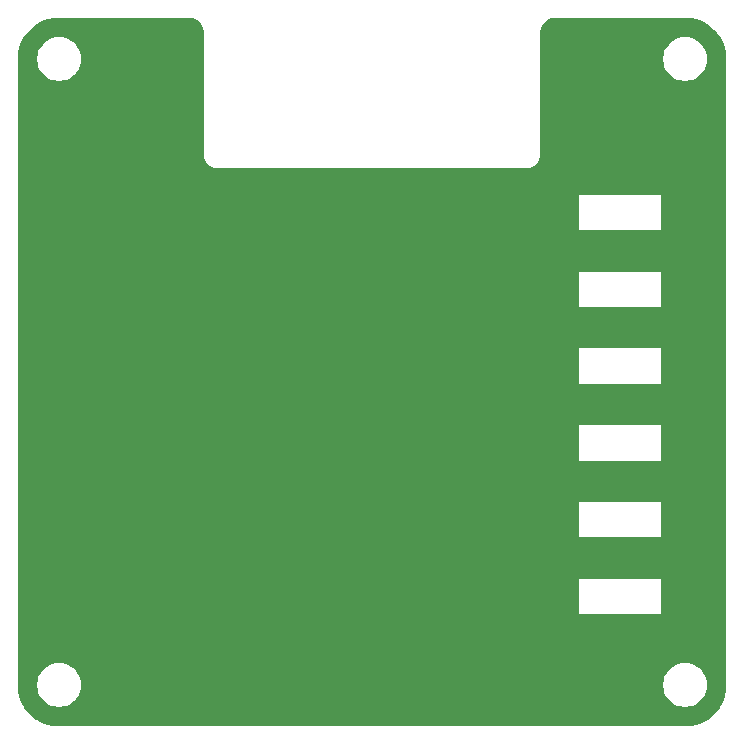
<source format=gbr>
%TF.GenerationSoftware,KiCad,Pcbnew,8.0.2*%
%TF.CreationDate,2024-04-30T20:55:26+01:00*%
%TF.ProjectId,Top Board,546f7020-426f-4617-9264-2e6b69636164,rev?*%
%TF.SameCoordinates,Original*%
%TF.FileFunction,Copper,L2,Bot*%
%TF.FilePolarity,Positive*%
%FSLAX46Y46*%
G04 Gerber Fmt 4.6, Leading zero omitted, Abs format (unit mm)*
G04 Created by KiCad (PCBNEW 8.0.2) date 2024-04-30 20:55:26*
%MOMM*%
%LPD*%
G01*
G04 APERTURE LIST*
G04 APERTURE END LIST*
%TA.AperFunction,NonConductor*%
G36*
X89501330Y-40000029D02*
G01*
X89507638Y-40000166D01*
X89599672Y-40002171D01*
X89618496Y-40004025D01*
X89813458Y-40038403D01*
X89834335Y-40043997D01*
X90019090Y-40111241D01*
X90038675Y-40120374D01*
X90208944Y-40218679D01*
X90226647Y-40231074D01*
X90377261Y-40357454D01*
X90392545Y-40372738D01*
X90518925Y-40523352D01*
X90531322Y-40541058D01*
X90629624Y-40711322D01*
X90638759Y-40730912D01*
X90706002Y-40915664D01*
X90711596Y-40936541D01*
X90745973Y-41131498D01*
X90747828Y-41150329D01*
X90749971Y-41248667D01*
X90750000Y-41251369D01*
X90750000Y-51499980D01*
X90752378Y-51609159D01*
X90790287Y-51824144D01*
X90864949Y-52029276D01*
X90864953Y-52029286D01*
X90974103Y-52218338D01*
X90974105Y-52218341D01*
X91114427Y-52385572D01*
X91235301Y-52486996D01*
X91281660Y-52525896D01*
X91470718Y-52635049D01*
X91675858Y-52709713D01*
X91890841Y-52747621D01*
X91890847Y-52747622D01*
X92000000Y-52750000D01*
X117999981Y-52750000D01*
X118000000Y-52750000D01*
X118109153Y-52747622D01*
X118324142Y-52709713D01*
X118529282Y-52635049D01*
X118718340Y-52525896D01*
X118885572Y-52385572D01*
X119025896Y-52218340D01*
X119135049Y-52029282D01*
X119209713Y-51824142D01*
X119247622Y-51609153D01*
X119250000Y-51500000D01*
X119250000Y-43378711D01*
X129649500Y-43378711D01*
X129649500Y-43621288D01*
X129681161Y-43861785D01*
X129743947Y-44096104D01*
X129836773Y-44320205D01*
X129836776Y-44320212D01*
X129958064Y-44530289D01*
X129958066Y-44530292D01*
X129958067Y-44530293D01*
X130105733Y-44722736D01*
X130105739Y-44722743D01*
X130277256Y-44894260D01*
X130277262Y-44894265D01*
X130469711Y-45041936D01*
X130679788Y-45163224D01*
X130903900Y-45256054D01*
X131138211Y-45318838D01*
X131318586Y-45342584D01*
X131378711Y-45350500D01*
X131378712Y-45350500D01*
X131621289Y-45350500D01*
X131669388Y-45344167D01*
X131861789Y-45318838D01*
X132096100Y-45256054D01*
X132320212Y-45163224D01*
X132530289Y-45041936D01*
X132722738Y-44894265D01*
X132894265Y-44722738D01*
X133041936Y-44530289D01*
X133163224Y-44320212D01*
X133256054Y-44096100D01*
X133318838Y-43861789D01*
X133350500Y-43621288D01*
X133350500Y-43378712D01*
X133318838Y-43138211D01*
X133256054Y-42903900D01*
X133163224Y-42679788D01*
X133041936Y-42469711D01*
X132894265Y-42277262D01*
X132894260Y-42277256D01*
X132722743Y-42105739D01*
X132722736Y-42105733D01*
X132530293Y-41958067D01*
X132530292Y-41958066D01*
X132530289Y-41958064D01*
X132320212Y-41836776D01*
X132320205Y-41836773D01*
X132096104Y-41743947D01*
X131861785Y-41681161D01*
X131621289Y-41649500D01*
X131621288Y-41649500D01*
X131378712Y-41649500D01*
X131378711Y-41649500D01*
X131138214Y-41681161D01*
X130903895Y-41743947D01*
X130679794Y-41836773D01*
X130679785Y-41836777D01*
X130469706Y-41958067D01*
X130277263Y-42105733D01*
X130277256Y-42105739D01*
X130105739Y-42277256D01*
X130105733Y-42277263D01*
X129958067Y-42469706D01*
X129836777Y-42679785D01*
X129836773Y-42679794D01*
X129743947Y-42903895D01*
X129681161Y-43138214D01*
X129649500Y-43378711D01*
X119250000Y-43378711D01*
X119250000Y-41251369D01*
X119250029Y-41248669D01*
X119252171Y-41150331D01*
X119254025Y-41131504D01*
X119288403Y-40936538D01*
X119293997Y-40915664D01*
X119361243Y-40730904D01*
X119370371Y-40711329D01*
X119468682Y-40541049D01*
X119481067Y-40523360D01*
X119607460Y-40372731D01*
X119622731Y-40357460D01*
X119773360Y-40231067D01*
X119791049Y-40218682D01*
X119961329Y-40120371D01*
X119980904Y-40111243D01*
X120165666Y-40043996D01*
X120186538Y-40038403D01*
X120381504Y-40004025D01*
X120400326Y-40002171D01*
X120492698Y-40000159D01*
X120498670Y-40000029D01*
X120501370Y-40000000D01*
X131499219Y-40000000D01*
X131500840Y-40000010D01*
X131677619Y-40002323D01*
X131688938Y-40002990D01*
X132041445Y-40040040D01*
X132054252Y-40042070D01*
X132400130Y-40115588D01*
X132412665Y-40118947D01*
X132748965Y-40228218D01*
X132761082Y-40232869D01*
X133084131Y-40376698D01*
X133095679Y-40382583D01*
X133353888Y-40531660D01*
X133401918Y-40559390D01*
X133412800Y-40566457D01*
X133698877Y-40774304D01*
X133708957Y-40782466D01*
X133880074Y-40936541D01*
X133971742Y-41019079D01*
X133980920Y-41028257D01*
X134082296Y-41140847D01*
X134217530Y-41291039D01*
X134225698Y-41301126D01*
X134433540Y-41587196D01*
X134440609Y-41598081D01*
X134617412Y-41904312D01*
X134623305Y-41915877D01*
X134767130Y-42238917D01*
X134771781Y-42251034D01*
X134881052Y-42587334D01*
X134884411Y-42599871D01*
X134957928Y-42945741D01*
X134959959Y-42958560D01*
X134997008Y-43311051D01*
X134997676Y-43322391D01*
X134999989Y-43499159D01*
X135000000Y-43500781D01*
X135000000Y-96499218D01*
X134999989Y-96500840D01*
X134997676Y-96677608D01*
X134997008Y-96688948D01*
X134959959Y-97041439D01*
X134957928Y-97054258D01*
X134884411Y-97400128D01*
X134881052Y-97412665D01*
X134771781Y-97748965D01*
X134767130Y-97761082D01*
X134623305Y-98084122D01*
X134617412Y-98095687D01*
X134440609Y-98401918D01*
X134433540Y-98412803D01*
X134225698Y-98698873D01*
X134217530Y-98708960D01*
X133980920Y-98971742D01*
X133971742Y-98980920D01*
X133708960Y-99217530D01*
X133698873Y-99225698D01*
X133412803Y-99433540D01*
X133401918Y-99440609D01*
X133095687Y-99617412D01*
X133084122Y-99623305D01*
X132761082Y-99767130D01*
X132748965Y-99771781D01*
X132412665Y-99881052D01*
X132400128Y-99884411D01*
X132054258Y-99957928D01*
X132041439Y-99959959D01*
X131688948Y-99997008D01*
X131677608Y-99997676D01*
X131500841Y-99999989D01*
X131499219Y-100000000D01*
X78500781Y-100000000D01*
X78499159Y-99999989D01*
X78322391Y-99997676D01*
X78311051Y-99997008D01*
X77958560Y-99959959D01*
X77945741Y-99957928D01*
X77599871Y-99884411D01*
X77587334Y-99881052D01*
X77251034Y-99771781D01*
X77238917Y-99767130D01*
X76915877Y-99623305D01*
X76904312Y-99617412D01*
X76598081Y-99440609D01*
X76587196Y-99433540D01*
X76301126Y-99225698D01*
X76291039Y-99217530D01*
X76028257Y-98980920D01*
X76019079Y-98971742D01*
X75782469Y-98708960D01*
X75774301Y-98698873D01*
X75566459Y-98412803D01*
X75559390Y-98401918D01*
X75421581Y-98163226D01*
X75382583Y-98095679D01*
X75376698Y-98084131D01*
X75232869Y-97761082D01*
X75228218Y-97748965D01*
X75118947Y-97412665D01*
X75115588Y-97400128D01*
X75042071Y-97054258D01*
X75040040Y-97041439D01*
X75002990Y-96688938D01*
X75002323Y-96677619D01*
X75000011Y-96500840D01*
X75000000Y-96499218D01*
X75000000Y-96378711D01*
X76649500Y-96378711D01*
X76649500Y-96621288D01*
X76681161Y-96861785D01*
X76743947Y-97096104D01*
X76836773Y-97320205D01*
X76836776Y-97320212D01*
X76958064Y-97530289D01*
X76958066Y-97530292D01*
X76958067Y-97530293D01*
X77105733Y-97722736D01*
X77105739Y-97722743D01*
X77277256Y-97894260D01*
X77277262Y-97894265D01*
X77469711Y-98041936D01*
X77679788Y-98163224D01*
X77903900Y-98256054D01*
X78138211Y-98318838D01*
X78318586Y-98342584D01*
X78378711Y-98350500D01*
X78378712Y-98350500D01*
X78621289Y-98350500D01*
X78669388Y-98344167D01*
X78861789Y-98318838D01*
X79096100Y-98256054D01*
X79320212Y-98163224D01*
X79530289Y-98041936D01*
X79722738Y-97894265D01*
X79894265Y-97722738D01*
X80041936Y-97530289D01*
X80163224Y-97320212D01*
X80256054Y-97096100D01*
X80318838Y-96861789D01*
X80350500Y-96621288D01*
X80350500Y-96378712D01*
X80350500Y-96378711D01*
X129649500Y-96378711D01*
X129649500Y-96621288D01*
X129681161Y-96861785D01*
X129743947Y-97096104D01*
X129836773Y-97320205D01*
X129836776Y-97320212D01*
X129958064Y-97530289D01*
X129958066Y-97530292D01*
X129958067Y-97530293D01*
X130105733Y-97722736D01*
X130105739Y-97722743D01*
X130277256Y-97894260D01*
X130277262Y-97894265D01*
X130469711Y-98041936D01*
X130679788Y-98163224D01*
X130903900Y-98256054D01*
X131138211Y-98318838D01*
X131318586Y-98342584D01*
X131378711Y-98350500D01*
X131378712Y-98350500D01*
X131621289Y-98350500D01*
X131669388Y-98344167D01*
X131861789Y-98318838D01*
X132096100Y-98256054D01*
X132320212Y-98163224D01*
X132530289Y-98041936D01*
X132722738Y-97894265D01*
X132894265Y-97722738D01*
X133041936Y-97530289D01*
X133163224Y-97320212D01*
X133256054Y-97096100D01*
X133318838Y-96861789D01*
X133350500Y-96621288D01*
X133350500Y-96378712D01*
X133318838Y-96138211D01*
X133256054Y-95903900D01*
X133163224Y-95679788D01*
X133041936Y-95469711D01*
X132894265Y-95277262D01*
X132894260Y-95277256D01*
X132722743Y-95105739D01*
X132722736Y-95105733D01*
X132530293Y-94958067D01*
X132530292Y-94958066D01*
X132530289Y-94958064D01*
X132320212Y-94836776D01*
X132320205Y-94836773D01*
X132096104Y-94743947D01*
X131861785Y-94681161D01*
X131621289Y-94649500D01*
X131621288Y-94649500D01*
X131378712Y-94649500D01*
X131378711Y-94649500D01*
X131138214Y-94681161D01*
X130903895Y-94743947D01*
X130679794Y-94836773D01*
X130679785Y-94836777D01*
X130469706Y-94958067D01*
X130277263Y-95105733D01*
X130277256Y-95105739D01*
X130105739Y-95277256D01*
X130105733Y-95277263D01*
X129958067Y-95469706D01*
X129836777Y-95679785D01*
X129836773Y-95679794D01*
X129743947Y-95903895D01*
X129681161Y-96138214D01*
X129649500Y-96378711D01*
X80350500Y-96378711D01*
X80318838Y-96138211D01*
X80256054Y-95903900D01*
X80163224Y-95679788D01*
X80041936Y-95469711D01*
X79894265Y-95277262D01*
X79894260Y-95277256D01*
X79722743Y-95105739D01*
X79722736Y-95105733D01*
X79530293Y-94958067D01*
X79530292Y-94958066D01*
X79530289Y-94958064D01*
X79320212Y-94836776D01*
X79320205Y-94836773D01*
X79096104Y-94743947D01*
X78861785Y-94681161D01*
X78621289Y-94649500D01*
X78621288Y-94649500D01*
X78378712Y-94649500D01*
X78378711Y-94649500D01*
X78138214Y-94681161D01*
X77903895Y-94743947D01*
X77679794Y-94836773D01*
X77679785Y-94836777D01*
X77469706Y-94958067D01*
X77277263Y-95105733D01*
X77277256Y-95105739D01*
X77105739Y-95277256D01*
X77105733Y-95277263D01*
X76958067Y-95469706D01*
X76836777Y-95679785D01*
X76836773Y-95679794D01*
X76743947Y-95903895D01*
X76681161Y-96138214D01*
X76649500Y-96378711D01*
X75000000Y-96378711D01*
X75000000Y-90500000D01*
X122500000Y-90500000D01*
X129500000Y-90500000D01*
X129500000Y-87500000D01*
X122500000Y-87500000D01*
X122500000Y-90500000D01*
X75000000Y-90500000D01*
X75000000Y-84000000D01*
X122500000Y-84000000D01*
X129500000Y-84000000D01*
X129500000Y-81000000D01*
X122500000Y-81000000D01*
X122500000Y-84000000D01*
X75000000Y-84000000D01*
X75000000Y-77500000D01*
X122500000Y-77500000D01*
X129500000Y-77500000D01*
X129500000Y-74500000D01*
X122500000Y-74500000D01*
X122500000Y-77500000D01*
X75000000Y-77500000D01*
X75000000Y-71000000D01*
X122500000Y-71000000D01*
X129500000Y-71000000D01*
X129500000Y-68000000D01*
X122500000Y-68000000D01*
X122500000Y-71000000D01*
X75000000Y-71000000D01*
X75000000Y-64500000D01*
X122500000Y-64500000D01*
X129500000Y-64500000D01*
X129500000Y-61500000D01*
X122500000Y-61500000D01*
X122500000Y-64500000D01*
X75000000Y-64500000D01*
X75000000Y-58000000D01*
X122500000Y-58000000D01*
X129500000Y-58000000D01*
X129500000Y-55000000D01*
X122500000Y-55000000D01*
X122500000Y-58000000D01*
X75000000Y-58000000D01*
X75000000Y-43500781D01*
X75000011Y-43499159D01*
X75001586Y-43378711D01*
X76649500Y-43378711D01*
X76649500Y-43621288D01*
X76681161Y-43861785D01*
X76743947Y-44096104D01*
X76836773Y-44320205D01*
X76836776Y-44320212D01*
X76958064Y-44530289D01*
X76958066Y-44530292D01*
X76958067Y-44530293D01*
X77105733Y-44722736D01*
X77105739Y-44722743D01*
X77277256Y-44894260D01*
X77277262Y-44894265D01*
X77469711Y-45041936D01*
X77679788Y-45163224D01*
X77903900Y-45256054D01*
X78138211Y-45318838D01*
X78318586Y-45342584D01*
X78378711Y-45350500D01*
X78378712Y-45350500D01*
X78621289Y-45350500D01*
X78669388Y-45344167D01*
X78861789Y-45318838D01*
X79096100Y-45256054D01*
X79320212Y-45163224D01*
X79530289Y-45041936D01*
X79722738Y-44894265D01*
X79894265Y-44722738D01*
X80041936Y-44530289D01*
X80163224Y-44320212D01*
X80256054Y-44096100D01*
X80318838Y-43861789D01*
X80350500Y-43621288D01*
X80350500Y-43378712D01*
X80318838Y-43138211D01*
X80256054Y-42903900D01*
X80163224Y-42679788D01*
X80041936Y-42469711D01*
X79894265Y-42277262D01*
X79894260Y-42277256D01*
X79722743Y-42105739D01*
X79722736Y-42105733D01*
X79530293Y-41958067D01*
X79530292Y-41958066D01*
X79530289Y-41958064D01*
X79320212Y-41836776D01*
X79320205Y-41836773D01*
X79096104Y-41743947D01*
X78861785Y-41681161D01*
X78621289Y-41649500D01*
X78621288Y-41649500D01*
X78378712Y-41649500D01*
X78378711Y-41649500D01*
X78138214Y-41681161D01*
X77903895Y-41743947D01*
X77679794Y-41836773D01*
X77679785Y-41836777D01*
X77469706Y-41958067D01*
X77277263Y-42105733D01*
X77277256Y-42105739D01*
X77105739Y-42277256D01*
X77105733Y-42277263D01*
X76958067Y-42469706D01*
X76836777Y-42679785D01*
X76836773Y-42679794D01*
X76743947Y-42903895D01*
X76681161Y-43138214D01*
X76649500Y-43378711D01*
X75001586Y-43378711D01*
X75002323Y-43322379D01*
X75002990Y-43311062D01*
X75040041Y-42958551D01*
X75042071Y-42945741D01*
X75115588Y-42599871D01*
X75118947Y-42587334D01*
X75228218Y-42251034D01*
X75232869Y-42238917D01*
X75376702Y-41915860D01*
X75382579Y-41904327D01*
X75559397Y-41598069D01*
X75566451Y-41587207D01*
X75774311Y-41301112D01*
X75782458Y-41291051D01*
X76019088Y-41028247D01*
X76028247Y-41019088D01*
X76291051Y-40782458D01*
X76301112Y-40774311D01*
X76587207Y-40566451D01*
X76598069Y-40559397D01*
X76904327Y-40382579D01*
X76915860Y-40376702D01*
X77238923Y-40232866D01*
X77251028Y-40228220D01*
X77587340Y-40118945D01*
X77599864Y-40115589D01*
X77945750Y-40042069D01*
X77958551Y-40040041D01*
X78311062Y-40002990D01*
X78322379Y-40002323D01*
X78499159Y-40000010D01*
X78500781Y-40000000D01*
X89498630Y-40000000D01*
X89501330Y-40000029D01*
G37*
%TD.AperFunction*%
M02*

</source>
